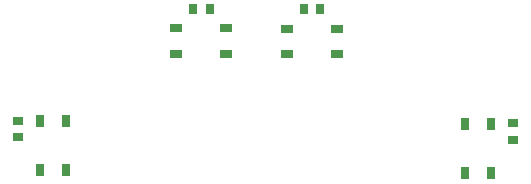
<source format=gbr>
%TF.GenerationSoftware,KiCad,Pcbnew,(6.0.2)*%
%TF.CreationDate,2022-08-25T15:18:49+08:00*%
%TF.ProjectId,ESP32S3_LCD_Card,45535033-3253-4335-9f4c-43445f436172,rev?*%
%TF.SameCoordinates,Original*%
%TF.FileFunction,Paste,Bot*%
%TF.FilePolarity,Positive*%
%FSLAX46Y46*%
G04 Gerber Fmt 4.6, Leading zero omitted, Abs format (unit mm)*
G04 Created by KiCad (PCBNEW (6.0.2)) date 2022-08-25 15:18:49*
%MOMM*%
%LPD*%
G01*
G04 APERTURE LIST*
%ADD10R,0.800000X0.900000*%
%ADD11R,0.900000X0.800000*%
%ADD12R,0.700000X1.050000*%
%ADD13R,1.050000X0.700000*%
G04 APERTURE END LIST*
D10*
%TO.C,C5*%
X135512582Y-128451669D03*
X134112582Y-128451669D03*
%TD*%
%TO.C,C7*%
X144886822Y-128462991D03*
X143486822Y-128462991D03*
%TD*%
D11*
%TO.C,C11*%
X161236822Y-138123435D03*
X161236822Y-139523435D03*
%TD*%
D12*
%TO.C,BOOT*%
X121161822Y-137912991D03*
X121161822Y-142112991D03*
X123311822Y-137912991D03*
X123311822Y-142112991D03*
%TD*%
%TO.C,RES*%
X159311822Y-142362991D03*
X159311822Y-138162991D03*
X157161822Y-142362991D03*
X157161822Y-138162991D03*
%TD*%
D11*
%TO.C,C10*%
X119286786Y-137908195D03*
X119286786Y-139308195D03*
%TD*%
D13*
%TO.C,KEY2*%
X142086822Y-132287991D03*
X146286822Y-132287991D03*
X142086822Y-130137991D03*
X146286822Y-130137991D03*
%TD*%
%TO.C,KEY1*%
X132686822Y-132237991D03*
X136886822Y-132237991D03*
X132686822Y-130087991D03*
X136886822Y-130087991D03*
%TD*%
M02*

</source>
